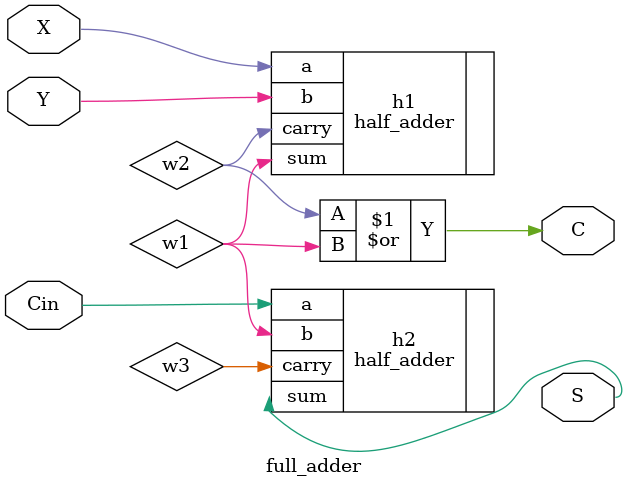
<source format=v>

`include "half_adder.v"

module full_adder(X,Y,Cin,S,C);
input X,Y,Cin;
output S,C;
wire w1,w2,w3; 
half_adder h1(.a(X),.b(Y),.sum(w1),.carry(w2));
half_adder h2(.a(Cin),.b(w1),.sum(S),.carry(w3));
assign C=w2 | w1;
endmodule



</source>
